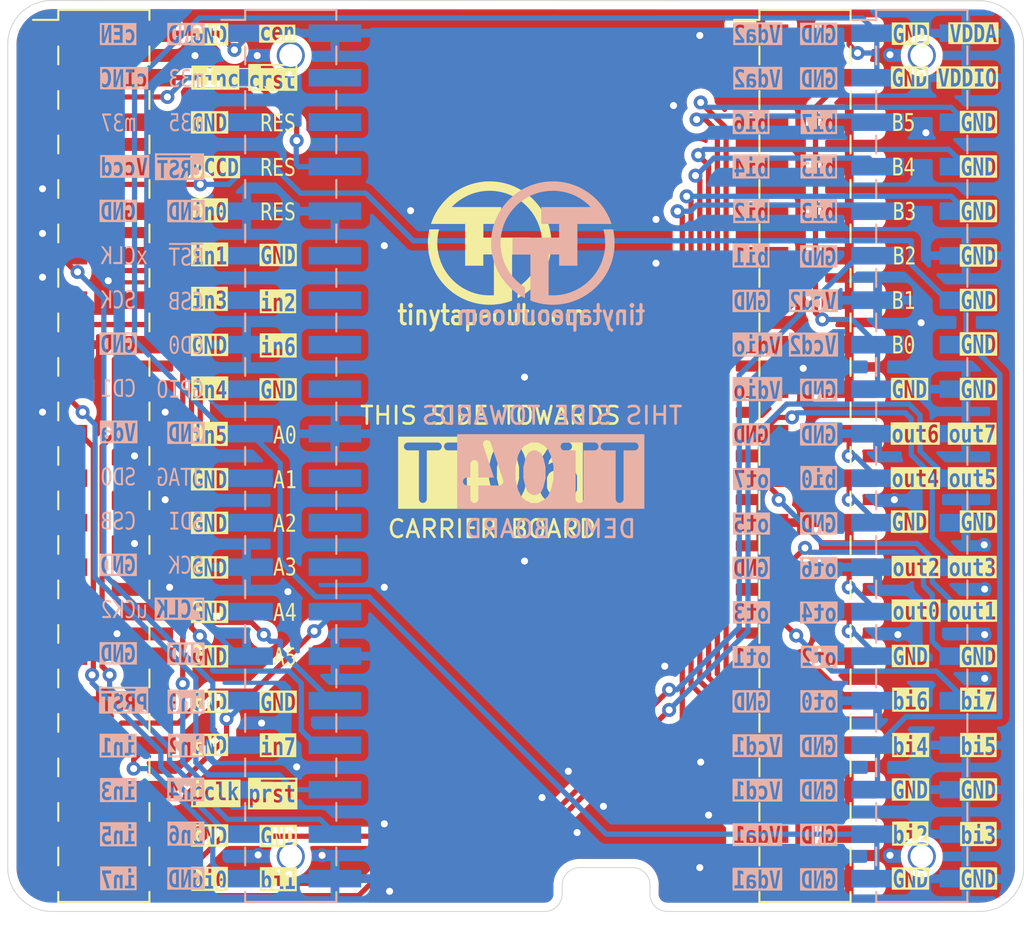
<source format=kicad_pcb>
(kicad_pcb (version 20240108) (generator "pcbnew") (generator_version "8.0")
  (layers (0 "F.Cu" signal) (31 "B.Cu" signal) (34 "B.Paste" user) (35 "F.Paste" user) (36 "B.SilkS" user "B.Silkscreen") (37 "F.SilkS" user "F.Silkscreen") (38 "B.Mask" user) (39 "F.Mask" user) (44 "Edge.Cuts" user))
  (net 0 "")
  (net 1 "GND")
  (net 2 "vdda")
  (net 3 "vccd")
  (net 4 "vddio")
  (net 5 "/hd_an5")
  (net 6 "/RES3")
  (net 7 "/hd_an1")
  (net 8 "/RES2")
  (net 9 "/hd_an2")
  (net 10 "/hd_an4")
  (net 11 "/hd_an3")
  (net 12 "/RES1")
  (net 13 "/hd_an0")
  (net 14 "/hd_an10")
  (net 15 "/hd_an11")
  (net 16 "/hd_an9")
  (net 17 "/hd_an6")
  (net 18 "/hd_an8")
  (net 19 "/hd_an7")
  (net 20 "c_ena")
  (net 21 "c_sel_rst")
  (net 22 "/xclk")
  (net 23 "/mio[33]")
  (net 24 "uin2")
  (net 25 "uin5")
  (net 26 "/JTAG{slash}mio[0]")
  (net 27 "uin4")
  (net 28 "/gpio")
  (net 29 "/Caravel_D0")
  (net 30 "/~{RST}")
  (net 31 "/SDI{slash}mio[2]")
  (net 32 "p_clk")
  (net 33 "c_sel_inc")
  (net 34 "/Caravel_CSB")
  (net 35 "/Caravel_SCK")
  (net 36 "/CSB{slash}mio[3]")
  (net 37 "uin1")
  (net 38 "/SDO{slash}mio[1]")
  (net 39 "uin3")
  (net 40 "/Caravel_D1")
  (net 41 "/SCK{slash}mio[4]")
  (net 42 "/usrclk2{slash}mio[5]")
  (net 43 "/mio[37]")
  (net 44 "p_rst")
  (net 45 "uin0")
  (net 46 "uin7")
  (net 47 "/mio[35]")
  (net 48 "uin6")
  (net 49 "uout1")
  (net 50 "uio3")
  (net 51 "uio4")
  (net 52 "uio6")
  (net 53 "uio5")
  (net 54 "uout3")
  (net 55 "uio2")
  (net 56 "uout4")
  (net 57 "uout6")
  (net 58 "uout5")
  (net 59 "uout7")
  (net 60 "uio0")
  (net 61 "uio1")
  (net 62 "uio7")
  (net 63 "uout0")
  (net 64 "uout2")
  (footprint "Connector_PinHeader_2.54mm:PinHeader_2x20_P2.54mm_Vertical_SMD" (layer "F.Cu") (at 103.5 113)
    (property "Reference" "TT06_CON1" (hide yes))
    (property "Value" "~")
  )
  (footprint "Connector_PinHeader_2.54mm:PinHeader_2x20_P2.54mm_Vertical_SMD" (layer "F.Cu") (at 143.5 113)
    (property "Reference" "TT06_CON2" (hide yes))
    (property "Value" "~")
  )
  (footprint "Logos:TT_logo" (layer "F.Cu") (at 125.55 100.9)
    (property "Reference" "TTLOGO" (hide yes))
    (property "Value" "TT_logo" (hide yes))
  )
  (footprint "TinyTapeout:FH-00148_PinSocket_2x20_P2.54mm" (layer "B.Cu") (at 150.163 113 180)
    (property "Reference" "TT04_CON2" (hide yes))
    (property "Value" "~")
  )
  (footprint "TinyTapeout:FH-00148_PinSocket_2x20_P2.54mm" (layer "B.Cu") (at 114.163 113 180)
    (property "Reference" "TT04_CON1" (hide yes))
    (property "Value" "~")
  )
  (footprint "Logos:TT_logo" (layer "B.Cu") (at 129.075 100.9 180)
    (property "Reference" "TTLOGO" (hide yes))
    (property "Value" "TT_logo" (hide yes))
  )
  (gr_line (start 155.964233 89.5) (end 155.982233 136.5) (stroke (width 0.05)) (layer "Edge.Cuts"))
  (gr_arc (start 98.017767 89.5) (mid 98.749993 87.732226) (end 100.517767 87) (stroke (width 0.05)) (layer "Edge.Cuts"))
  (gr_line (start 98.017767 136.5) (end 98.017767 89.5) (stroke (width 0.05)) (layer "Edge.Cuts"))
  (gr_arc (start 133.66 136.5) (mid 134.367107 136.792893) (end 134.66 137.5) (stroke (width 0.05)) (layer "Edge.Cuts"))
  (gr_line (start 100.517767 87) (end 153.482233 87.018) (stroke (width 0.05)) (layer "Edge.Cuts"))
  (gr_arc (start 100.517767 139) (mid 98.750016 138.267751) (end 98.017767 136.5) (stroke (width 0.05)) (layer "Edge.Cuts"))
  (gr_line (start 134.65 138) (end 134.66 137.5) (stroke (width 0.05)) (layer "Edge.Cuts"))
  (gr_line (start 100.517767 139) (end 128.65 139) (stroke (width 0.05)) (layer "Edge.Cuts"))
  (gr_arc (start 155.982233 136.5) (mid 155.250005 138.26777) (end 153.482233 139) (stroke (width 0.05)) (layer "Edge.Cuts"))
  (gr_line (start 129.65 137.5) (end 129.65 138) (stroke (width 0.05)) (layer "Edge.Cuts"))
  (gr_line (start 133.66 136.5) (end 130.65 136.5) (stroke (width 0.05)) (layer "Edge.Cuts"))
  (gr_arc (start 153.482233 87.018) (mid 155.237286 87.744967) (end 155.964233 89.5) (stroke (width 0.05)) (layer "Edge.Cuts"))
  (gr_arc (start 129.65 137.5) (mid 129.942893 136.792893) (end 130.65 136.5) (stroke (width 0.05)) (layer "Edge.Cuts"))
  (gr_arc (start 129.65 138) (mid 129.357107 138.707107) (end 128.65 139) (stroke (width 0.05)) (layer "Edge.Cuts"))
  (gr_line (start 153.482233 139) (end 135.65 139) (stroke (width 0.05)) (layer "Edge.Cuts"))
  (gr_arc (start 135.65 139) (mid 134.942893 138.707107) (end 134.65 138) (stroke (width 0.05)) (layer "Edge.Cuts"))
  (gr_text "GND" (at 145.3 92.13 -0) (layer "B.SilkS" knockout) (effects (font (size 1 0.8) (thickness 0.127) (bold yes)) (justify left bottom mirror)))
  (gr_text "GND" (at 145.3 135.31 -0) (layer "B.SilkS" knockout) (effects (font (size 1 0.8) (thickness 0.127) (bold yes)) (justify left bottom mirror)))
  (gr_text "ot7" (at 139.425676 114.99 -0) (layer "B.SilkS" knockout) (effects (font (size 1 0.8) (thickness 0.127) (bold yes)) (justify right bottom mirror)))
  (gr_text "in7" (at 103.315676 137.8508 -0) (layer "B.SilkS" knockout) (effects (font (size 1 0.8) (thickness 0.127) (bold yes)) (justify right bottom mirror)))
  (gr_text "GND" (at 139.425676 112.45 -0) (layer "B.SilkS" knockout) (effects (font (size 1 0.8) (thickness 0.127) (bold yes)) (justify right bottom mirror)))
  (gr_text "in4" (at 109.2 132.778124 -0) (layer "B.SilkS" knockout) (effects (font (size 1 0.8) (thickness 0.127) (bold yes)) (justify left bottom mirror)))
  (gr_text "Vccd" (at 103.315676 97.167195 -0) (layer "B.SilkS" knockout) (effects (font (size 1 0.8) (thickness 0.127) (bold yes)) (justify right bottom mirror)))
  (gr_text "Vda" (at 103.315676 112.319985 -0) (layer "B.SilkS" knockout) (effects (font (size 1 0.8) (thickness 0.127) (bold yes)) (justify right bottom mirror)))
  (gr_text "bi7" (at 145.3 94.67 -0) (layer "B.SilkS" knockout) (effects (font (size 1 0.8) (thickness 0.127) (bold yes)) (justify left bottom mirror)))
  (gr_text "GND" (at 109.2 112.35628 -0) (layer "B.SilkS" knockout) (effects (font (size 1 0.8) (thickness 0.127) (bold yes)) (justify left bottom mirror)))
  (gr_text "bi1" (at 139.425676 102.29 -0) (layer "B.SilkS" knockout) (effects (font (size 1 0.8) (thickness 0.127) (bold yes)) (justify right bottom mirror)))
  (gr_text "xCLK" (at 103.315676 102.218125 -0) (layer "B.SilkS") (effects (font (size 1 0.8) (thickness 0.1)) (justify right bottom mirror)))
  (gr_text "ot2" (at 145.3 125.15 -0) (layer "B.SilkS" knockout) (effects (font (size 1 0.8) (thickness 0.127) (bold yes)) (justify left bottom mirror)))
  (gr_text "GND" (at 145.3 117.53 -0) (layer "B.SilkS" knockout) (effects (font (size 1 0.8) (thickness 0.127) (bold yes)) (justify left bottom mirror)))
  (gr_text "P~{RST}" (at 103.315676 127.748932 -0) (layer "B.SilkS" knockout) (effects (font (size 1 0.8) (thickness 0.127) (bold yes)) (justify right bottom mirror)))
  (gr_text "Vda1" (at 139.425676 135.31 -0) (layer "B.SilkS" knockout) (effects (font (size 1 0.8) (thickness 0.127) (bold yes)) (justify right bottom mirror)))
  (gr_text "GND" (at 139.425676 104.83 -0) (layer "B.SilkS" knockout) (effects (font (size 1 0.8) (thickness 0.127) (bold yes)) (justify right bottom mirror)))
  (gr_text "ot0" (at 145.3 127.69 -0) (layer "B.SilkS" knockout) (effects (font (size 1 0.8) (thickness 0.127) (bold yes)) (justify left bottom mirror)))
  (gr_text "tinytapeout.com" (at 129 105.6 0) (layer "B.SilkS") (effects (font (size 1.1 0.9) (thickness 0.18) (bold yes)) (justify bottom mirror)))
  (gr_text "GND" (at 109.2 99.7 -0) (layer "B.SilkS" knockout) (effects (font (size 1 0.8) (thickness 0.127) (bold yes)) (justify left bottom mirror)))
  (gr_text "GND" (at 145.3 137.85 -0) (layer "B.SilkS" knockout) (effects (font (size 1 0.8) (thickness 0.127) (bold yes)) (justify left bottom mirror)))
  (gr_text "cEN" (at 103.315676 89.5908 -0) (layer "B.SilkS" knockout) (effects (font (size 1 0.8) (thickness 0.127) (bold yes)) (justify right bottom mirror)))
  (gr_text "Vdio" (at 139.425676 109.91 -0) (layer "B.SilkS" knockout) (effects (font (size 1 0.8) (thickness 0.127) (bold yes)) (justify right bottom mirror)))
  (gr_text "PCLK" (at 109.2 122.4 -0) (layer "B.SilkS" knockout) (effects (font (size 1 0.8) (thickness 0.127) (bold yes)) (justify left bottom mirror)))
  (gr_text "GND" (at 145.3 130.23 -0) (layer "B.SilkS" knockout) (effects (font (size 1 0.8) (thickness 0.127) (bold yes)) (justify left bottom mirror)))
  (gr_text "ot4" (at 145.3 122.61 -0) (layer "B.SilkS" knockout) (effects (font (size 1 0.8) (thickness 0.127) (bold yes)) (justify left bottom mirror)))
  (gr_text "GND" (at 109.2 124.96 -0) (layer "B.SilkS" knockout) (effects (font (size 1 0.8) (thickness 0.127) (bold yes)) (justify left bottom mirror)))
  (gr_text "SCK" (at 109.2 119.88907 -0) (layer "B.SilkS") (effects (font (size 1 0.8) (thickness 0.1)) (justify left bottom mirror)))
  (gr_text "SDO" (at 103.315676 114.84545 -0) (layer "B.SilkS") (effects (font (size 1 0.8) (thickness 0.1)) (justify right bottom mirror)))
  (gr_text "Vda1" (at 139.425676 137.85 -0) (layer "B.SilkS" knockout) (effects (font (size 1 0.8) (thickness 0.127) (bold yes)) (justify right bottom mirror)))
  (gr_text "cINC" (at 103.315676 92.116265 -0) (layer "B.SilkS" knockout) (effects (font (size 1 0.8) (thickness 0.127) (bold yes)) (justify right bottom mirror)))
  (gr_text "GND" (at 103.315676 119.89638 -0) (layer "B.SilkS" knockout) (effects (font (size 1 0.8) (thickness 0.127) (bold yes)) (justify right bottom mirror)))
  (gr_text "in5" (at 103.315676 135.325327 -0) (layer "B.SilkS" knockout) (effects (font (size 1 0.8) (thickness 0.127) (bold yes)) (justify right bottom mirror)))
  (gr_text "GND" (at 145.3 132.77 -0) (layer "B.SilkS" knockout) (effects (font (size 1 0.8) (thickness 0.127) (bold yes)) (justify left bottom mirror)))
  (gr_text "CSB" (at 103.315676 117.370915 -0) (layer "B.SilkS") (effects (font (size 1 0.8) (thickness 0.1)) (justify right bottom mirror)))
  (gr_text "GND" (at 109.2 137.8 -0) (layer "B.SilkS" knockout) (effects (font (size 1 0.8) (thickness 0.127) (bold yes)) (justify left bottom mirror)))
  (gr_text "JTAG" (at 109.2 114.86721 -0) (layer "B.SilkS") (effects (font (size 1 0.8) (thickness 0.1)) (justify left bottom mirror)))
  (gr_text "DEMO BOARD" (at 128.975 117.75 0) (layer "B.SilkS") (effects (font (size 1 1)) (justify bottom mirror)))
  (gr_text "in2" (at 109.2 130.267194 -0) (layer "B.SilkS" knockout) (effects (font (size 1 0.8) (thickness 0.127) (bold yes)) (justify left bottom mirror)))
  (gr_text "in6" (at 109.2 135.289054 -0) (layer "B.SilkS" knockout) (effects (font (size 1 0.8) (thickness 0.127) (bold yes)) (justify left bottom mirror)))
  (gr_text "bi6" (at 139.425676 94.67 -0) (layer "B.SilkS" knockout) (effects (font (size 1 0.8) (thickness 0.127) (bold yes)) (justify right bottom mirror)))
  (gr_text "Vcd1" (at 139.425676 132.77 -0) (layer "B.SilkS" knockout) (effects (font (size 1 0.8) (thickness 0.127) (bold yes)) (justify right bottom mirror)))
  (gr_text "in1" (at 103.315676 130.274397 -0) (layer "B.SilkS" knockout) (effects (font (size 1 0.8) (thickness 0.127) (bold yes)) (justify right bottom mirror)))
  (gr_text "GND" (at 145.3 112.45 -0) (layer "B.SilkS" knockout) (effects (font (size 1 0.8) (thickness 0.127) (bold yes)) (justify left bottom mirror)))
  (gr_text "m35" (at 109.2 94.62186 -0) (layer "B.SilkS") (effects (font (size 1 0.8) (thickness 0.1)) (justify left bottom mirror)))
  (gr_text "bi4" (at 139.425676 97.21 -0) (layer "B.SilkS" knockout) (effects (font (size 1 0.8) (thickness 0.127) (bold yes)) (justify right bottom mirror)))
  (gr_text "CD1" (at 103.315676 109.79452 -0) (layer "B.SilkS") (effects (font (size 1 0.8) (thickness 0.1)) (justify right bottom mirror)))
  (gr_text "Vda2" (at 139.425676 92.13 -0) (layer "B.SilkS" knockout) (effects (font (size 1 0.8) (thickness 0.127) (bold yes)) (justify right bottom mirror)))
  (gr_text "~{RST}" (at 109.2 102.3 -0) (layer "B.SilkS") (effects (font (size 1 0.8) (thickness 0.1)) (justify left bottom mirror)))
  (gr_text "GND" (at 103.315676 107.269055 -0) (layer "B.SilkS" knockout) (effects (font (size 1 0.8) (thickness 0.127) (bold yes)) (justify right bottom mirror)))
  (gr_text "GND" (at 103.315676 124.94731 -0) (layer "B.SilkS" knockout) (effects (font (size 1 0.8) (thickness 0.127) (bold yes)) (justify right bottom mirror)))
  (gr_text "CD0" (at 109.2 107.33442 -0) (layer "B.SilkS") (effects (font (size 1 0.8) (thickness 0.1)) (justify left bottom mirror)))
  (gr_text "bi5" (at 145.3 97.21 -0) (layer "B.SilkS" knockout) (effects (font (size 1 0.8) (thickness 0.127) (bold yes)) (justify left bottom mirror)))
  (gr_text "bi3" (at 145.3 99.75 -0) (layer "B.SilkS" knockout) (effects (font (size 1 0.8) (thickness 0.127) (bold yes)) (justify left bottom mirror)))
  (gr_text "CSB" (at 109.2 104.82349 -0) (layer "B.SilkS") (effects (font (size 1 0.8) (thickness 0.1)) (justify left bottom mirror)))
  (gr_text "in3" (at 103.315676 132.799862 -0) (layer "B.SilkS" knockout) (effects (font (size 1 0.8) (thickness 0.127) (bold yes)) (justify right bottom mirror)))
  (gr_text "c~{RST}" (at 109.2 97.3 -0) (layer "B.SilkS" knockout) (effects (font (size 1 0.8) (thickness 0.127) (bold yes)) (justify left bottom mirror)))
  (gr_text "Vdio" (at 139.425676 107.37 -0) (layer "B.SilkS" knockout) (effects (font (size 1 0.8) (thickness 0.127) (bold yes)) (justify right bottom mirror)))
  (gr_text "ot5" (at 139.425676 117.53 -0) (layer "B.SilkS" knockout) (effects (font (size 1 0.8) (thickness 0.127) (bold yes)) (justify right bottom mirror)))
  (gr_text "TT04" (at 128.925 115.85 0) (layer "B.SilkS" knockout) (effects (font (size 3 3) (thickness 0.45)) (justify bottom mirror)))
  (gr_text "GND" (at 139.425676 127.69 -0) (layer "B.SilkS" knockout) (effects (font (size 1 0.8) (thickness 0.127) (bold yes)) (justify right bottom mirror)))
  (gr_text "GND" (at 103.315676 99.69266 -0) (layer "B.SilkS" knockout) (effects (font (size 1 0.8) (thickness 0.127) (bold yes)) (justify right bottom mirror)))
  (gr_text "GND" (at 109.2 89.6 -0) (layer "B.SilkS" knockout) (effects (font (size 1 0.8) (thickness 0.127) (bold yes)) (justify left bottom mirror)))
  (gr_text "GPIO" (at 109.2 109.84535 -0) (layer "B.SilkS") (effects (font (size 1 0.8) (thickness 0.1)) (justify left bottom mirror)))
  (gr_text "in0" (at 109.2 127.756264 -0) (layer "B.SilkS" knockout) (effects (font (size 1 0.8) (thickness 0.127) (bold yes)) (justify left bottom mirror)))
  (gr_text "ot1" (at 139.425676 125.15 -0) (layer "B.SilkS" knockout) (effects (font (size 1 0.8) (thickness 0.127) (bold yes)) (justify right bottom mirror)))
  (gr_text "ot6" (at 145.3 120.07 -0) (layer "B.SilkS" knockout) (effects (font (size 1 0.8) (thickness 0.127) (bold yes)) (justify left bottom mirror)))
  (gr_text "Vcd1" (at 139.425676 130.23 -0) (layer "B.SilkS" knockout) (effects (font (size 1 0.8) (thickness 0.127) (bold yes)) (justify right bottom mirror)))
  (gr_text "bi0" (at 145.3 114.99 -0) (layer "B.SilkS" knockout) (effects (font (size 1 0.8) (thickness 0.127) (bold yes)) (justify left bottom mirror)))
  (gr_text "GND" (at 145.3 89.59 -0) (layer "B.SilkS" knockout) (effects (font (size 1 0.8) (thickness 0.127) (bold yes)) (justify left bottom mirror)))
  (gr_text "Vcd2" (at 145.3 107.37 -0) (layer "B.SilkS" knockout) (effects (font (size 1.05 0.8) (thickness 0.127) (bold yes)) (justify left bottom mirror)))
  (gr_text "Vcd2" (at 145.3 104.83 -0) (layer "B.SilkS" knockout) (effects (font (size 1 0.8) (thickness 0.127) (bold yes)) (justify left bottom mirror)))
  (gr_text "GND" (at 145.3 109.91 -0) (layer "B.SilkS" knockout) (effects (font (size 1 0.8) (thickness 0.127) (bold yes)) (justify left bottom mirror)))
  (gr_text "THIS SIDE TOWARDS" (at 129.07 111.28 -0) (layer "B.SilkS") (effects (font (size 1 1)) (justify bottom mirror)))
  (gr_text "uCK2" (at 103.315676 122.421845 -0) (layer "B.SilkS") (effects (font (size 1 0.8) (thickness 0.1)) (justify right bottom mirror)))
  (gr_text "SDI" (at 109.2 117.37814 -0) (layer "B.SilkS") (effects (font (size 1 0.8) (thickness 0.1)) (justify left bottom mirror)))
  (gr_text "GND" (at 139.425676 120.07 -0) (layer "B.SilkS" knockout) (effects (font (size 1 0.8) (thickness 0.127) (bold yes)) (justify right bottom mirror)))
  (gr_text "ot3" (at 139.425676 122.61 -0) (layer "B.SilkS" knockout) (effects (font (size 1 0.8) (thickness 0.127) (bold yes)) (justify right bottom mirror)))
  (gr_text "m37" (at 103.315676 94.64173 -0) (layer "B.SilkS") (effects (font (size 1 0.8) (thickness 0.1)) (justify right bottom mirror)))
  (gr_text "GND" (at 145.3 102.29 -0) (layer "B.SilkS" knockout) (effects (font (size 1 0.8) (thickness 0.127) (bold yes)) (justify left bottom mirror)))
  (gr_text "bi2" (at 139.425676 99.75 -0) (layer "B.SilkS" knockout) (effects (font (size 1 0.8) (thickness 0.127) (bold yes)) (justify right bottom mirror)))
  (gr_text "Vda2" (at 139.425676 89.59 -0) (layer "B.SilkS" knockout) (effects (font (size 1 0.8) (thickness 0.127) (bold yes)) (justify right bottom mirror)))
  (gr_text "SCK" (at 103.315676 104.74359 -0) (layer "B.SilkS") (effects (font (size 1 0.8) (thickness 0.1)) (justify right bottom mirror)))
  (gr_text "m33" (at 109.2 92.11093 -0) (layer "B.SilkS") (effects (font (size 1 0.8) (thickness 0.1)) (justify left bottom mirror)))
  (gr_text "GND" (at 108.513676 122.5804 0) (layer "F.SilkS" knockout) (effects (font (size 1 0.8) (thickness 0.127) (bold yes)) (justify left bottom)))
  (gr_text "CARRIER BOARD" (at 125.65 117.75 0) (layer "F.SilkS") (effects (font (size 1 1)) (justify bottom)))
  (gr_text "A3" (at 114.5008 119.9896 -0) (layer "F.SilkS") (effects (font (size 1 0.8) (thickness 0.1)) (justify right bottom)))
  (gr_text "GND" (at 148.4992 89.5772 0) (layer "F.SilkS" knockout) (effects (font (size 1 0.8) (thickness 0.127) (bold yes)) (justify left bottom)))
  (gr_text "out6" (at 148.4492 112.4 0) (layer "F.SilkS" knockout) (effects (font (size 1 0.8) (thickness 0.127) (bold yes)) (justify left bottom)))
  (gr_text "cinc" (at 108.513676 92.136665 0) (layer "F.SilkS" knockout) (effects (font (size 1 0.8) (thickness 0.127) (bold yes)) (justify left bottom)))
  (gr_text "RES" (at 114.45 99.7204 -0) (layer "F.SilkS") (effects (font (size 1 0.8) (thickness 0.1)) (justify right bottom)))
  (gr_text "out1" (at 154.4 122.5092 0) (layer "F.SilkS" knockout) (effects (font (size 1 0.8) (thickness 0.127) (bold yes)) (justify right bottom)))
  (gr_text "GND" (at 108.513676 125.1204 0) (layer "F.SilkS" knockout) (effects (font (size 1 0.8) (thickness 0.127) (bold yes)) (justify left bottom)))
  (gr_text "bi7" (at 154.4 127.64 0) (layer "F.SilkS" knockout) (effects (font (size 1 0.8) (thickness 0.127) (bold yes)) (justify right bottom)))
  (gr_text "GND" (at 114.45 127.7112 0) (layer "F.SilkS" knockout) (effects (font (size 1 0.8) (thickness 0.127) (bold yes)) (justify right bottom)))
  (gr_text "GND" (at 154.4 125.1 0) (layer "F.SilkS" knockout) (effects (font (size 1 0.8) (thickness 0.127) (bold yes)) (justify right bottom)))
  (gr_text "A4" (at 114.5008 122.5804 -0) (layer "F.SilkS") (effects (font (size 1 0.8) (thickness 0.1)) (justify right bottom)))
  (gr_text "tinytapeout.com" (at 125.625 105.6 -0) (layer "F.SilkS") (effects (font (size 1.1 0.9) (thickness 0.18) (bold yes)) (justify bottom)))
  (gr_text "GND" (at 108.513676 94.6404 0) (layer "F.SilkS" knockout) (effects (font (size 1 0.8) (thickness 0.127) (bold yes)) (justify left bottom)))
  (gr_text "RES" (at 114.45 97.1804 -0) (layer "F.SilkS") (effects (font (size 1 0.8) (thickness 0.1)) (justify right bottom)))
  (gr_text "out2" (at 148.5 120.02 0) (layer "F.SilkS" knockout) (effects (font (size 1 0.8) (thickness 0.127) (bold yes)) (justify left bottom)))
  (gr_text "bi6" (at 148.5 127.64 0) (layer "F.SilkS" knockout) (effects (font (size 1 0.8) (thickness 0.127) (bold yes)) (justify left bottom)))
  (gr_text "GND" (at 148.5 132.72 0) (layer "F.SilkS" knockout) (effects (font (size 1 0.8) (thickness 0.127) (bold yes)) (justify left bottom)))
  (gr_text "in6" (at 114.45 107.42362 0) (layer "F.SilkS" knockout) (effects (font (size 1 0.8) (thickness 0.127) (bold yes)) (justify right bottom)))
  (gr_text "bi1" (at 114.45 137.8892 0) (layer "F.SilkS" knockout) (effects (font (size 1 0.8) (thickness 0.127) (bold yes)) (justify right bottom)))
  (gr_text "RES" (at 114.45 94.6404 -0) (layer "F.SilkS") (effects (font (size 1 0.8) (thickness 0.1)) (justify right bottom)))
  (gr_text "pclk" (at 108.507676 132.820262 0) (layer "F.SilkS" knockout) (effects (font (size 1 0.8) (thickness 0.127) (bold yes)) (justify left bottom)))
  (gr_text "in0" (at 108.513676 99.71306 0) (layer "F.SilkS" knockout) (effects (font (size 1 0.8) (thickness 0.127) (bold yes)) (justify left bottom)))
  (gr_text "B5" (at 148.4492 94.62 -0) (layer "F.SilkS") (effects (font (size 1 0.8) (thickness 0.1)) (justify left bottom)))
  (gr_text "GND" (at 108.513676 127.7112 0) (layer "F.SilkS" knockout) (effects (font (size 1 0.8) (thickness 0.127) (bold yes)) (justify left bottom)))
  (gr_text "GND" (at 148.4492 109.86 0) (layer "F.SilkS" knockout) (effects (font (size 1 0.8) (thickness 0.127) (bold yes)) (justify left bottom)))
  (gr_text "A0" (at 114.5008 112.4592 -0) (layer "F.SilkS") (effects (font (size 1 0.8) (thickness 0.1)) (justify right bottom)))
  (gr_text "in3" (at 108.513676 104.76399 0) (layer "F.SilkS" knockout) (effects (font (size 1 0.8) (thickness 0.127) (bold yes)) (justify left bottom)))
  (gr_text "THIS SIDE TOWARDS" (at 125.555 111.28 0) (layer "F.SilkS") (effects (font (size 1 1)) (justify bottom)))
  (gr_text "A2" (at 114.5008 117.5004 -0) (layer "F.SilkS") (effects (font (size 1 0.8) (thickness 0.1)) (justify right bottom)))
  (gr_text "GND" (at 108.507676 130.1732 -0) (layer "F.SilkS" knockout) (effects (font (size 1 0.8) (thickness 0.127) (bold yes)) (justify left bottom)))
  (gr_text "B1" (at 148.4492 104.78 -0) (layer "F.SilkS") (effects (font (size 1 0.8) (thickness 0.1)) (justify left bottom)))
  (gr_text "GND" (at 148.5 125.1 0) (layer "F.SilkS" knockout) (effects (font (size 1 0.8) (thickness 0.127) (bold yes)) (justify left bottom)))
  (gr_text "GND" (at 154.4 107.32 0) (layer "F.SilkS" knockout) (effects (font (size 1.05 0.8) (thickness 0.127) (bold yes)) (justify right bottom)))
  (gr_text "in7" (at 114.45 130.2512 0) (layer "F.SilkS" knockout) (effects (font (size 1 0.8) (thickness 0.127) (bold yes)) (justify right bottom)))
  (gr_text "GND" (at 114.45 135.378254 0) (layer "F.SilkS" knockout) (effects (font (size 1 0.8) (thickness 0.127) (bold yes)) (justify right bottom)))
  (gr_text "bi4" (at 148.5 130.2308 0) (layer "F.SilkS" knockout) (effects (font (size 1 0.8) (thickness 0.127) (bold yes)) (justify left bottom)))
  (gr_text "bi3" (at 154.4 135.3108 0) (layer "F.SilkS" knockout) (effects (font (size 1 0.8) (thickness 0.127) (bold yes)) (justify right bottom)))
  (gr_text "VCCD" (at 108.513676 97.187595 0) (layer "F.SilkS" knockout) (effects (font (size 1 0.8) (thickness 0.127) (bold yes)) (justify left bottom)))
  (gr_text "GND" (at 114.45 102.2096 0) (layer "F.SilkS" knockout) (effects (font (size 1 0.8) (thickness 0.127) (bold yes)) (justify right bottom)))
  (gr_text "VDDA" (at 154.45 89.55 0) (layer "F.SilkS" knockout) (effects (font (size 1 0.8) (thickness 0.127) (bold yes)) (justify right bottom)))
  (gr_text "GND" (at 148.4492 92.08 0) (layer "F.SilkS" knockout) (effects (font (size 1 0.8) (thickness 0.127) (bold yes)) (justify left bottom)))
  (gr_text "GND" (at 154.4 94.62 0) (layer "F.SilkS" knockout) (effects (font (size 1 0.8) (thickness 0.127) (bold yes)) (justify right bottom)))
  (gr_text "out0" (at 148.5 122.5092 0) (layer "F.SilkS" knockout) (effects (font (size 1 0.8) (thickness 0.127) (bold yes)) (justify left bottom)))
  (gr_text "out4" (at 148.4492 114.94 0) (layer "F.SilkS" knockout) (effects (font (size 1 0.8) (thickness 0.127) (bold yes)) (justify left bottom)))
  (gr_text "in4" (at 108.513676 109.8804 0) (layer "F.SilkS" knockout) (effects (font (size 1 0.8) (thickness 0.127) (bold yes)) (justify left bottom)))
  (gr_text "GND" (at 154.4 109.86 0) (layer "F.SilkS" knockout) (effects (font (size 1 0.8) (thickness 0.127) (bold yes)) (justify right bottom)))
  (gr_text "A1" (at 114.5008 115.0112 -0) (layer "F.SilkS") (effects (font (size 1 0.8) (thickness 0.1)) (justify right bottom)))
  (gr_text "GND" (at 154.4 97.16 0) (layer "F.SilkS" knockout) (effects (font (size 1 0.8) (thickness 0.127) (bold yes)) (justify right bottom)))
  (gr_text "p~{rst}" (at 114.45 132.9436 0) (layer "F.SilkS" knockout) (effects (font (size 1 0.8) (thickness 0.127) (bold yes)) (justify right bottom)))
  (gr_text "out5" (at 154.4 114.94 0) (layer "F.SilkS" knockout) (effects (font (size 1 0.8) (thickness 0.127) (bold yes)) (justify right bottom)))
  (gr_text "bi0" (at 108.513676 137.8712 0) (layer "F.SilkS" knockout) (effects (font (size 1 0.8) (thickness 0.127) (bold yes)) (justify left bottom)))
  (gr_text "B4" (at 148.4492 97.16 -0) (layer "F.SilkS") (effects (font (size 1 0.8) (thickness 0.1)) (justify left bottom)))
  (gr_text "B3" (at 148.5 99.7 -0) (layer "F.SilkS") (effects (font (size 1 0.8) (thickness 0.1)) (justify left bottom)))
  (gr_text "B2" (at 148.5 102.24 -0) (layer "F.SilkS") (effects (font (size 1 0.8) (thickness 0.1)) (justify left bottom)))
  (gr_text "GND" (at 154.4 132.72 0) (layer "F.SilkS" knockout) (effects (font (size 1 0.8) (thickness 0.127) (bold yes)) (justify right bottom)))
  (gr_text "bi5" (at 154.4 130.2308 0) (layer "F.SilkS" knockout) (effects (font (size 1 0.8) (thickness 0.127) (bold yes)) (justify right bottom)))
  (gr_text "in2" (at 114.45 104.91269 0) (layer "F.SilkS" knockout) (effects (font (size 1 0.8) (thickness 0.127) (bold yes)) (justify right bottom)))
  (gr_text "bi2" (at 148.5 135.2872 0) (layer "F.SilkS" knockout) (effects (font (size 1 0.8) (thickness 0.127) (bold yes)) (justify left bottom)))
  (gr_text "GND" (at 154.4 102.24 0) (layer "F.SilkS" knockout) (effects (font (size 1 0.8) (thickness 0.127) (bold yes)) (justify right bottom)))
  (gr_text "GND" (at 148.5 137.8 0) (layer "F.SilkS" knockout) (effects (font (size 1 0.8) (thickness 0.127) (bold yes)) (justify left bottom)))
  (gr_text "cen" (at 114.4 89.45 0) (layer "F.SilkS" knockout) (effects (font (size 1 0.8) (thickness 0.127) (bold yes)) (justify right bottom)))
  (gr_text "in5" (at 108.513676 112.4712 0) (layer "F.SilkS" knockout) (effects (font (size 1 0.8) (thickness 0.127) (bold yes)) (justify left bottom)))
  (gr_text "GND" (at 108.513676 117.5004 0) (layer "F.SilkS" knockout) (effects (font (size 1 0.8) (thickness 0.127) (bold yes)) (justify left bottom)))
  (gr_text "GND" (at 154.4 137.8 0) (layer "F.SilkS" knockout) (effects (font (size 1 0.8) (thickness 0.127) (bold yes)) (justify right bottom)))
  (gr_text "TT06" (at 125.7 115.85 0) (layer "F.SilkS" knockout) (effects (font (size 3 3) (thickness 0.45)) (justify bottom)))
  (gr_text "VDDIO" (at 154.4508 92.08 0) (layer "F.SilkS" knockout) (effects (font (size 1 0.8) (thickness 0.127) (bold yes)) (justify right bottom)))
  (gr_text "GND" (at 154.4 104.78 0) (layer "F.SilkS" knockout) (effects (font (size 1 0.8) (thickness 0.127) (bold yes)) (justify right bottom)))
  (gr_text "GND" (at 108.513676 120.0404 0) (layer "F.SilkS" knockout) (effects (font (size 1 0.8) (thickness 0.127) (bold yes)) (justify left bottom)))
  (gr_text "GND" (at 154.4 117.4292 0) (layer "F.SilkS" knockout) (effects (font (size 1 0.8) (thickness 0.127) (bold yes)) (justify right bottom)))
  (gr_text "out3" (at 154.4 120.02 0) (layer "F.SilkS" knockout) (effects (font (size 1 0.8) (thickness 0.127) (bold yes)) (justify right bottom)))
  (gr_text "GND" (at 148.4492 117.4292 0) (layer "F.SilkS" knockout) (effects (font (size 1 0.8) (thickness 0.127) (bold yes)) (justify left bottom)))
  (gr_text "B0" (at 148.4492 107.32 -0) (layer "F.SilkS") (effects (font (size 1 0.8) (thickness 0.1)) (justify left bottom)))
  (gr_text "GND" (at 108.513676 107.3404 0) (layer "F.SilkS" knockout) (effects (font (size 1 0.8) (thickness 0.127) (bold yes)) (justify left bottom)))
  (gr_text "GND" (at 108.513676 115.0112 0) (layer "F.SilkS" knockout) (effects (font (size 1 0.8) (thickness 0.127) (bold yes)) (justify left bottom)))
  (gr_text "GND" (at 154.4 99.7 0) (layer "F.SilkS" knockout) (effects (font (size 1 0.8) (thickness 0.127) (bold yes)) (justify right bottom)))
  (gr_text "c~{rst}" (at 114.45 92.20013 0) (layer "F.SilkS" knockout) (effects (font (size 1 0.8) (thickness 0.127) (bold yes)) (justify right bottom)))
  (gr_text "GND" (at 108.513676 89.6112 0) (layer "F.SilkS" knockout) (effects (font (size 1 0.8) (thickness 0.127) (bold yes)) (justify left bottom)))
  (gr_text "out7" (at 154.4 112.4 0) (layer "F.SilkS" knockout) (effects (font (size 1 0.8) (thickness 0.127) (bold yes)) (justify right bottom)))
  (gr_text "GND" (at 108.513676 135.345727 0) (layer "F.SilkS" knockout) (effects (font (size 1 0.8) (thickness 0.127) (bold yes)) (justify left bottom)))
  (gr_text "in1" (at 108.513676 102.238525 0) (layer "F.SilkS" knockout) (effects (font (size 1 0.8) (thickness 0.127) (bold yes)) (justify left bottom)))
  (gr_text "GND" (at 114.45 109.8804 0) (layer "F.SilkS" knockout) (effects (font (size 1 0.8) (thickness 0.127) (bold yes)) (justify right bottom)))
  (gr_text "A5" (at 114.5008 125.1204 -0) (layer "F.SilkS") (effects (font (size 1 0.8) (thickness 0.1)) (justify right bottom)))
  (via (at 119.5 134) (size 0.8) (drill 0.4) (layers "F.Cu" "B.Cu") (net 1))
  (via (at 135.5 125) (size 0.8) (drill 0.4) (layers "F.Cu" "B.Cu") (net 1))
  (via (at 114.5 130.75) (size 0.8) (drill 0.4) (layers "F.Cu" "B.Cu") (net 1))
  (via (at 100 97.75) (size 0.8) (drill 0.4) (layers "F.Cu" "B.Cu") (net 1))
  (via (at 153.725 118.075) (size 0.8) (drill 0.4) (layers "F.Cu" "B.Cu") (net 1))
  (via (at 148.6 115.5) (size 0.8) (drill 0.4) (layers "F.Cu" "B.Cu") (net 1))
  (via (at 130 131) (size 0.8) (drill 0.4) (layers "F.Cu" "B.Cu") (net 1))
  (via (at 112.3 135.775) (size 0.8) (drill 0.4) (layers "F.Cu" "B.Cu") (net 1))
  (via (at 148.35 135.8) (size 0.8) (drill 0.4) (layers "F.Cu" "B.Cu") (net 1))
  (via (at 150.4 94.55) (size 0.8) (drill 0.4) (layers "F.Cu" "B.Cu") (net 1))
  (via (at 143.4 108) (size 0.8) (drill 0.4) (layers "F.Cu" "B.Cu") (net 1))
  (via (at 153.75 125.7) (size 0.8) (drill 0.4) (layers "F.Cu" "B.Cu") (net 1))
  (via (at 119.5 101) (size 0.8) (drill 0.4) (layers "F.Cu" "B.Cu") (net 1))
  (via (at 121 99) (size 0.8) (drill 0.4) (layers "F.Cu" "B.Cu") (net 1))
  (via (at 148.35 90.1) (size 0.8) (drill 0.4) (layers "F.Cu" "B.Cu") (net 1))
  (via (at 107 110.5) (size 0.8) (drill 0.4) (layers "F.Cu" "B.Cu") (net 1))
  (via (at 137.5 89) (size 0.8) (drill 0.4) (layers "F.Cu" "B.Cu") (net 1))
  (via (at 128.5 132.5) (size 0.8) (drill 0.4) (layers "F.Cu" "B.Cu") (net 1))
  (via (at 137.5 136.5) (size 0.8) (drill 0.4) (layers "F.Cu" "B.Cu") (net 1))
  (via (at 150.125 105.4) (size 0.8) (drill 0.4) (layers "F.Cu" "B.Cu") (net 1))
  (via (at 135 102) (size 0.8) (drill 0.4) (layers "F.Cu" "B.Cu") (net 1))
  (via (at 103.75 103) (size 0.8) (drill 0.4) (layers "F.Cu" "B.Cu") (net 1))
  (via (at 153.75 123.2) (size 0.8) (drill 0.4) (layers "F.Cu" "B.Cu") (net 1))
  (via (at 105.25 113) (size 0.8) (drill 0.4) (layers "F.Cu" "B.Cu") (net 1))
  (via (at 107 115.5) (size 0.8) (drill 0.4) (layers "F.Cu" "B.Cu") (net 1))
  (via (at 153.75 120.6) (size 0.8) (drill 0.4) (layers "F.Cu" "B.Cu") (net 1))
  (via (at 135 99.5) (size 0.8) (drill 0.4) (layers "F.Cu" "B.Cu") (net 1))
  (via (at 104.25 123.15) (size 0.8) (drill 0.4) (layers "F.Cu" "B.Cu") (net 1))
  (via (at 138 133.5) (size 0.8) (drill 0.4) (layers "F.Cu" "B.Cu") (net 1))
  (via (at 132 133) (size 0.8) (drill 0.4) (layers "F.Cu" "B.Cu") (net 1))
  (via (at 130.5 134.5) (size 0.8) (drill 0.4) (layers "F.Cu" "B.Cu") (net 1))
  (via (at 127.5 119) (size 0.8) (drill 0.4) (layers "F.Cu" "B.Cu") (net 1))
  (via (at 119.8 137.85) (size 0.8) (drill 0.4) (layers "F.Cu" "B.Cu") (net 1))
  (via (at 148.8 123.2) (size 0.8) (drill 0.4) (layers "F.Cu" "B.Cu") (net 1))
  (via (at 107.25 120.5) (size 0.8) (drill 0.4) (layers "F.Cu" "B.Cu") (net 1))
  (via (at 112.5 128.25) (size 0.8) (drill 0.4) (layers "F.Cu" "B.Cu") (net 1))
  (via (at 119.5 120.5) (size 0.8) (drill 0.4) (layers "F.Cu" "B.Cu") (net 1))
  (via (at 108.7 90.15) (size 0.8) (drill 0.4) (layers "F.Cu" "B.Cu") (net 1))
  (via (at 136 93) (size 0.8) (drill 0.4) (layers "F.Cu" "B.Cu") (net 1))
  (via (at 114 120.75) (size 0.8) (drill 0.4) (layers "F.Cu" "B.Cu") (net 1))
  (via (at 100 102.8) (size 0.8) (drill 0.4) (layers "F.Cu" "B.Cu") (net 1))
  (via (at 100 100.3) (size 0.8) (drill 0.4) (layers "F.Cu" "B.Cu") (net 1))
  (via (at 127.5 108.5) (size 0.8) (drill 0.4) (layers "F.Cu" "B.Cu") (net 1))
  (via (at 137.55 130.475) (size 0.8) (drill 0.4) (layers "F.Cu" "B.Cu") (net 1))
  (via (at 100 110.5) (size 0.8) (drill 0.4) (layers "F.Cu" "B.Cu") (net 1))
  (via (at 112.25 90.15) (size 0.8) (drill 0.4) (layers "F.Cu" "B.Cu") (net 1))
  (via (at 115.95 135.8) (size 0.8) (drill 0.4) (layers "F.Cu" "B.Cu") (net 1))
  (via (at 105.25 118) (size 0.8) (drill 0.4) (layers "F.Cu" "B.Cu") (net 1))
  (segment (start 149.935 104.11) (end 150.125 104.3) (width 0.3) (layer "B.Cu") (net 1))
  (segment (start 111.18 124.43) (end 111.638 124.43) (width 0.3) (layer "B.Cu") (net 1))
  (segment (start 150.125 104.3) (end 150.125 105.4) (width 0.3) (layer "B.Cu") (net 1))
  (segment (start 107.25 120.5) (end 111.18 124.43) (width 0.3) (layer "B.Cu") (net 1))
  (segment (start 147.638 104.11) (end 149.935 104.11) (width 0.3) (layer "B.Cu") (net 1))
  (segment (start 146.02 89.52) (end 146.5 90) (width 0.3) (layer "F.Cu") (net 2))
  (segment (start 146.02 88.87) (end 146.02 89.52) (width 0.3) (layer "F.Cu") (net 2))
  (via (at 146.5 90) (size 0.8) (drill 0.4) (layers "F.Cu" "B.Cu") (net 2))
  (segment (start 147.6 90) (end 147.6 91.367) (width 0.3) (layer "B.Cu") (net 2))
  (segment (start 105.25 106.417) (end 105.25 91.689339) (width 0.3) (layer "B.Cu") (net 2))
  (segment (start 146.5 90) (end 147.6 90) (width 0.3) (layer "B.Cu") (net 2))
  (segment (start 110.563 111.73) (end 105.25 106.417) (width 0.3) (layer "B.Cu") (net 2))
  (segment (start 108.939339 88) (end 146.768 88) (width 0.3) (layer "B.Cu") (net 2))
  (segment (start 118.613 121.04) (end 115.603 121.04) (width 0.3) (layer "B.Cu") (net 2))
  (segment (start 147.6 134.633) (end 147.6 137.087) (width 0.3) (layer "B.Cu") (net 2))
  (segment (start 105.25 91.689339) (end 108.939339 88) (width 0.3) (layer "B.Cu") (net 2))
  (segment (start 147.643 134.59) (end 147.6 134.633) (width 0.3) (layer "B.Cu") (net 2))
  (segment (start 113.563 113.42) (end 111.873 111.73) (width 0.3) (layer "B.Cu") (net 2))
  (segment (start 147.638 134.59) (end 132.163 134.59) (width 0.3) (layer "B.Cu") (net 2))
  (segment (start 147.6 137.087) (end 147.643 137.13) (width 0.3) (layer "B.Cu") (net 2))
  (segment (start 132.163 134.59) (end 118.613 121.04) (width 0.3) (layer "B.Cu") (net 2))
  (segment (start 111.873 111.73) (end 111.638 111.73) (width 0.3) (layer "B.Cu") (net 2))
  (segment (start 115.603 121.04) (end 113.563 119) (width 0.3) (layer "B.Cu") (net 2))
  (segment (start 147.6 91.367) (end 147.643 91.41) (width 0.3) (layer "B.Cu") (net 2))
  (segment (start 146.768 88) (end 147.638 88.87) (width 0.3) (layer "B.Cu") (net 2))
  (segment (start 113.563 119) (end 113.563 113.42) (width 0.3) (layer "B.Cu") (net 2))
  (segment (start 147.643 88.87) (end 147.6 88.913) (width 0.3) (layer "B.Cu") (net 2))
  (segment (start 111.638 111.73) (end 110.563 111.73) (width 0.3) (layer "B.Cu") (net 2))
  (segment (start 147.6 88.913) (end 147.6 90) (width 0.3) (layer "B.Cu") (net 2))
  (segment (start 101.99 97.5) (end 109 97.5) (width 0.3) (layer "F.Cu") (net 3))
  (segment (start 100.98 96.49) (end 101.99 97.5) (width 0.3) (layer "F.Cu") (net 3))
  (via (at 109 97.5) (size 0.8) (drill 0.4) (layers "F.Cu" "B.Cu") (net 3))
  (segment (start 152.688 106.65) (end 152.688 104.11) (width 0.3) (layer "B.Cu") (net 3))
  (segment (start 118.433 98) (end 121.153 100.72) (width 0.3) (layer "B.Cu") (net 3))
  (segment (start 109 97.5) (end 110.628 97.5) (width 0.3) (layer "B.Cu") (net 3))
  (segment (start 152.923 106.65) (end 154.613 108.34) (width 0.3) (layer "B.Cu") (net 3))
  (segment (start 154.613 127.887) (end 149.261 127.887) (width 0.3) (layer "B.Cu") (net 3))
  (segment (start 114.715894 98) (end 118.433 98) (width 0.3) (layer "B.Cu") (net 3))
  (segment (start 152.688 106.65) (end 152.923 106.65) (width 0.3) (layer "B.Cu") (net 3))
  (segment (start 113.205894 96.49) (end 114.715894 98) (width 0.3) (layer "B.Cu") (net 3))
  (segment (start 149.261 127.887) (end 147.638 129.51) (width 0.3) (layer "B.Cu") (net 3))
  (segment (start 151.613 104.11) (end 152.688 104.11) (width 0.3) (layer "B.Cu") (net 3))
  (segment (start 149.563 100.72) (end 149.563 102.06) (width 0.3) (layer "B.Cu") (net 3))
  (segment (start 111.638 96.49) (end 113.205894 96.49) (width 0.3) (layer "B.Cu") (net 3))
  (segment (start 147.638 132.05) (end 147.638 129.51) (width 0.3) (layer "B.Cu") (net 3))
  (segment (start 110.628 97.5) (end 111.638 96.49) (width 0.3) (layer "B.Cu") (net 3))
  (segment (start 149.563 102.06) (end 151.613 104.11) (width 0.3) (layer "B.Cu") (net 3))
  (segment (start 154.613 108.34) (end 154.613 127.887) (width 0.3) (layer "B.Cu") (net 3))
  (segment (start 121.153 100.72) (end 149.563 100.72) (width 0.3) (layer "B.Cu") (net 3))
  (segment (start 146.025 91.41) (end 145.79 91.41) (width 0.3) (layer "F.Cu") (net 4))
  (segment (start 144.1 104.819943) (end 144.489271 105.209214) (width 0.3) (layer "F.Cu") (net 4))
  (segment (start 145.79 91.41) (end 144.1 93.1) (width 0.3) (layer "F.Cu") (net 4))
  (segment (start 144.489271 105.209214) (end 144.489271 105.210002) (width 0.3) (layer "F.Cu") (net 4))
  (segment (start 144.1 93.1) (end 144.1 104.819943) (width 0.3) (layer "F.Cu") (net 4))
  (via (at 144.489271 105.210002) (size 0.8) (drill 0.4) (layers "F.Cu" "B.Cu") (net 4))
  (segment (start 144.490059 105.209214) (end 144.489271 105.210002) (width 0.3) (layer "B.Cu") (net 4))
  (segment (start 146.197214 105.209214) (end 147.638 106.65) (width 0.3) (layer "B.Cu") (net 4))
  (segment (start 146.197214 105.209214) (end 144.490059 105.209214) (width 0.3) (layer "B.Cu") (net 4))
  (segment (start 147.638 106.65) (end 147.638 109.19) (width 0.3) (layer "B.Cu") (net 4))
  (segment (start 109.995 88.87) (end 106.02 88.87) (width 0.3) (layer "F.Cu") (net 20))
  (segment (start 110.95 89.825) (end 109.995 88.87) (width 0.3) (layer "F.Cu") (net 20))
  (via (at 110.95 89.825) (size 0.8) (drill 0.4) (layers "F.Cu" "B.Cu") (net 20))
  (segment (start 111.638 89.137) (end 110.95 89.825) (width 0.3) (layer "B.Cu") (net 20))
  (segment (start 111.638 88.87) (end 110.23 88.87) (width 0.3) (layer "B.Cu") (net 20))
  (segment (start 111.638 88.87) (end 111.638 89.137) (width 0.3) (layer "B.Cu") (net 20))
  (segment (start 114.5 94) (end 114.5 95) (width 0.3) (layer "F.Cu") (net 21))
  (segment (start 106.02 91.41) (end 111.91 91.41) (width 0.3) (layer "F.Cu") (net 21))
  (segment (start 111.91 91.41) (end 114.5 94) (width 0.3) (layer "F.Cu") (net 21))
  (via (at 114.5 95) (size 0.8) (drill 0.4) (layers "F.Cu" "B.Cu") (net 21))
  (segment (start 114.475 96.344894) (end 114.620106 96.49) (width 0.3) (layer "B.Cu") (net 21))
  (segment (start 114.620106 96.49) (end 116.688 96.49) (width 0.3) (layer "B.Cu") (net 21))
  (segment (start 114.475 95.025) (end 114.475 96.344894) (width 0.3) (layer "B.Cu") (net 21))
  (segment (start 117.535 96.49) (end 116.688 96.49) (width 0.3) (layer "B.Cu") (net 21))
  (segment (start 114.5 95) (end 114.475 95.025) (width 0.3) (layer "B.Cu") (net 21))
  (segment (start 107.888553 105.111447) (end 108.207107 105.43) (width 0.3) (layer "F.Cu") (net 24))
  (segment (start 108.5 121.55) (end 108.5 122.810661) (width 0.3) (layer "F.Cu") (net 24))
  (segment (start 108.5 105.722893) (end 108.5 121.55) (width 0.3) (layer "F.Cu") (net 24))
  (segment (start 108.5 122.810661) (end 108.977221 123.287882) (width 0.3) (layer "F.Cu") (net 24))
  (segment (start 106.02 104.11) (end 106.887107 104.11) (width 0.3) (layer "F.Cu") (net 24))
  (segment (start 108.207107 105.43) (end 108.5 105.722893) (width 0.3) (layer "F.Cu") (net 24))
  (segment (start 106.887107 104.11) (end 107.888553 105.111447) (width 0.3) (layer "F.Cu") (net 24))
  (via (at 108.977221 123.287882) (size 0.8) (drill 0.4) (layers "F.Cu" "B.Cu") (net 24))
  (segment (start 109.754873 125.28) (end 114.055894 125.28) (width 0.3) (layer "B.Cu") (net 24))
  (segment (start 109.713 124.023661) (end 109.713 124.625) (width 0.3) (layer "B.Cu") (net 24))
  (segment (start 114.75 128.647) (end 115.613 129.51) (width 0.3) (layer "B.Cu") (net 24))
  (segment (start 109.713 125.15) (end 109.713 125.238127) (width 0.3) (layer "B.Cu") (net 24))
  (segment (start 114.055894 125.28) (end 114.763 125.987106) (width 0.3) (layer "B.Cu") (net 24))
  (segment (start 109.713 125.238127) (end 109.754873 125.28) (width 0.3) (layer "B.Cu") (net 24))
  (segment (start 115.613 129.51) (end 116.688 129.51) (width 0.3) (layer "B.Cu") (net 24))
  (segment (start 114.763 125.987106) (end 114.763 128.66) (width 0.3) (layer "B.Cu") (net 24))
  (segment (start 109.713 124.625) (end 109.713 125.15) (width 0.3) (layer "B.Cu") (net 24))
  (segment (start 114.763 128.66) (end 115.613 129.51) (width 0.3) (layer "B.Cu") (net 24))
  (segment (start 108.977221 123.287882) (end 109.713 124.023661) (width 0.3) (layer "B.Cu") (net 24))
  (segment (start 109.713 124.625) (end 109.713 125.238127) (width 0.3) (layer "B.Cu") (net 24))
  (segment (start 102.13 111.73) (end 102.9 112.5) (width 0.3) (layer "F.Cu") (net 25))
  (segment (start 102.9 112.5) (end 102.9 125.429003) (width 0.3) (layer "F.Cu") (net 25))
  (segment (start 100.98 111.73) (end 102.13 111.73) (width 0.3) (layer "F.Cu") (net 25))
  (segment (start 102.9 125.429003) (end 102.829003 125.5) (width 0.3) (layer "F.Cu") (net 25))
  (via (at 102.829003 125.5) (size 0.8) (drill 0.4) (layers "F.Cu" "B.Cu") (net 25))
  (segment (start 106.75 129.871318) (end 106.75 130.777) (width 0.3) (layer "B.Cu") (net 25))
  (segment (start 102.829003 125.5) (end 102.829003 125.950321) (width 0.3) (layer "B.Cu") (net 25))
  (segment (start 102.829003 125.950321) (end 106.75 129.871318) (width 0.3) (layer "B.Cu") (net 25))
  (segment (start 110.563 134.59) (end 111.638 134.59) (width 0.3) (layer "B.Cu") (net 25))
  (segment (start 106.75 130.777) (end 110.563 134.59) (width 0.3) (layer "B.Cu") (net 25))
  (segment (start 102.29 110.5) (end 100.98 109.19) (width 0.3) (layer "F.Cu") (net 27))
  (via (at 102.29 110.5) (size 0.8) (drill 0.4) (layers "F.Cu" "B.Cu") (net 27))
  (segment (start 108.530331 125.469669) (end 108.75 125.689338) (width 0.3) (layer "B.Cu") (net 27))
  (segment (start 108.75 130.5) (end 109.45 131.2) (width 0.3) (layer "B.Cu") (net 27))
  (segment (start 113.5 131.2) (end 114.35 132.05) (width 0.3) (layer "B.Cu") (net 27))
  (segment (start 109.45 131.2) (end 113.5 131.2) (width 0.3) (layer "B.Cu") (net 27))
  (segment (start 103 111.21) (end 103 119.939339) (width 0.3) (layer "B.Cu") (net 27))
  (segment (start 108.75 125.689338) (end 108.75 130.5) (width 0.3) (layer "B.Cu") (net 27))
  (segment (start 102.29 110.5) (end 103 111.21) (width 0.3) (layer "B.Cu") (net 27))
  (segment (start 103 119.939339) (end 108.530331 125.469669) (width 0.3) (layer "B.Cu") (net 27))
  (segment (start 114.35 132.05) (end 116.688 132.05) (width 0.3) (layer "B.Cu") (net 27))
  (segment (start 102.9 130.3) (end 101.15 132.05) (width 0.3) (layer "F.Cu") (net 32))
  (segment (start 107.75 128.25) (end 104.51 128.25) (width 0.3) (layer "F.Cu") (net 32))
  (segment (start 115.5 123) (end 112.075 126.425) (width 0.3) (layer "F.Cu") (net 32))
  (segment (start 104.51 128.25) (end 102.9 129.86) (width 0.3) (layer "F.Cu") (net 32))
  (segment (start 112.075 126.425) (end 109.575 126.425) (width 0.3) (layer "F.Cu") (net 32))
  (segment (start 109.575 126.425) (end 107.75 128.25) (width 0.3) (layer "F.Cu") (net 32))
  (segment (start 101.15 132.05) (end 100.975 132.05) (width 0.3) (layer "F.Cu") (net 32))
  (segment (start 102.9 129.86) (end 102.9 130.3) (width 0.3) (layer "F.Cu") (net 32))
  (via (at 115.5 123) (size 0.8) (drill 0.4) (layers "F.Cu" "B.Cu") (net 32))
  (segment (start 115.5 123) (end 115.578 123) (width 0.3) (layer "B.Cu") (net 32))
  (segment (start 115.578 123) (end 116.688 121.89) (width 0.3) (layer "B.Cu") (net 32))
  (segment (start 104.460002 92.510002) (end 103.36 91.41) (width 0.3) (layer "F.Cu") (net 33))
  (segment (start 107.125 92.510002) (end 104.460002 92.510002) (width 0.3) (layer "F.Cu") (net 33))
  (segment (start 103.36 91.41) (end 100.98 91.41) (width 0.3) (layer "F.Cu") (net 33))
  (via (at 107.125 92.510002) (size 0.8) (drill 0.4) (layers "F.Cu" "B.Cu") (net 33))
  (segment (start 111.638 91.41) (end 108.225002 91.41) (width 0.3) (layer "B.Cu") (net 33))
  (segment (start 108.225002 91.41) (end 107.125 92.510002) (width 0.3) (layer "B.Cu") (net 33))
  (segment (start 111.638 91.41) (end 111.873 91.41) (width 0.3) (layer "B.Cu") (net 33))
  (segment (start 102 102.5) (end 101.91 102.5) (width 0.3) (layer "F.Cu") (net 37))
  (segment (start 101.91 102.5) (end 100.98 101.57) (width 0.3) (layer "F.Cu") (net 37))
  (via (at 102 102.5) (size 0.8) (drill 0.4) (layers "F.Cu" "B.Cu") (net 37))
  (segment (start 103.5 119.732232) (end 105.133884 121.366116) (width 0.3) (layer "B.Cu") (net 37))
  (segment (start 105.133884 121.366116) (end 108.133883 124.366116) (width 0.3) (layer "B.Cu") (net 37))
  (segment (start 108.133883 124.366116) (end 109.713 125.945233) (width 0.3) (layer "B.Cu") (net 37))
  (segment (start 110.563 129.51) (end 111.638 129.51) (width 0.3) (layer "B.Cu") (net 37))
  (segment (start 102 102.5) (end 103.5 104) (width 0.3) (layer "B.Cu") (net 37))
  (segment (start 109.713 128.66) (end 110.563 129.51) (width 0.3) (layer "B.Cu") (net 37))
  (segment (start 103.5 104) (end 103.5 119.732232) (width 0.3) (layer "B.Cu") (net 37))
  (segment (start 109.713 125.945233) (end 109.713 128.66) (width 0.3) (layer "B.Cu") (net 37))
  (segment (start 108 126) (end 108 105.93) (width 0.3) (layer "F.Cu") (net 39))
  (segment (start 102.37 105.5) (end 100.98 104.11) (width 0.3) (layer "F.Cu") (net 39))
  (segment (start 108 105.93) (end 107.57 105.5) (width 0.3) (layer "F.Cu") (net 39))
  (segment (start 107.57 105.5) (end 102.37 105.5) (width 0.3) (layer "F.Cu") (net 39))
  (via (at 108 126) (size 0.8) (drill 0.4) (layers "F.Cu" "B.Cu") (net 39))
  (segment (start 109.570106 132.05) (end 111.638 132.05) (width 0.3) (layer "B.Cu") (net 39))
  (segment (start 108 130.479894) (end 109.570106 132.05) (width 0.3) (layer "B.Cu") (net 39))
  (segment (start 108 126) (end 108 130.479894) (width 0.3) (layer "B.Cu") (net 39))
  (segment (start 110.5 128) (end 110.5 129.075) (width 0.3) (layer "F.Cu") (net 44))
  (segment (start 107.525 132.05) (end 106.02 132.05) (width 0.3) (layer "F.Cu") (net 44))
  (segment (start 110.5 129.075) (end 107.525 132.05) (width 0.3) (layer "F.Cu") (net 44))
  (via (at 110.5 128) (size 0.8) (drill 0.4) (layers "F.Cu" "B.Cu") (net 44))
  (segment (start 110.5 128) (end 110.608 128) (width 0.3) (layer "B.Cu") (net 44))
  (segment (start 110.608 128) (end 111.638 126.97) (width 0.3) (layer "B.Cu") (net 44))
  (segment (start 107.95 103.34) (end 107.95 104.3) (width 0.3) (layer "F.Cu") (net 45))
  (segment (start 111.925 122.5) (end 112.625 123.2) (width 0.3) (layer "F.Cu") (net 45))
  (segment (start 101.21 99.03) (end 102.9 100.72) (width 0.3) (layer "F.Cu") (net 45))
  (segment (start 109 105.35) (end 109 122.25) (width 0.3) (layer "F.Cu") (net 45))
  (segment (start 102.9 101.089339) (end 104.230661 102.42) (width 0.3) (layer "F.Cu") (net 45))
  (segment (start 102.9 100.72) (end 102.9 101.089339) (width 0.3) (layer "F.Cu") (net 45))
  (segment (start 107.95 104.3) (end 109 105.35) (width 0.3) (layer "F.Cu") (net 45))
  (segment (start 104.230661 102.42) (end 107.03 102.42) (width 0.3) (layer "F.Cu") (net 45))
  (segment (start 109.25 122.5) (end 111.925 122.5) (width 0.3) (layer "F.Cu") (net 45))
  (segment (start 100.975 99.03) (end 101.21 99.03) (width 0.3) (layer "F.Cu") (net 45))
  (segment (start 109 122.25) (end 109.25 122.5) (width 0.3) (layer "F.Cu") (net 45))
  (segment (start 107.03 102.42) (end 107.95 103.34) (width 0.3) (layer "F.Cu") (net 45))
  (via (at 112.625 123.2) (size 0.8) (drill 0.4) (layers "F.Cu" "B.Cu") (net 45))
  (segment (start 116.453 126.97) (end 116.688 126.97) (width 0.3) (layer "B.Cu") (net 45))
  (segment (start 113.563 124.08) (end 116.453 126.97) (width 0.3) (layer "B.Cu") (net 45))
  (segment (start 112.625 123.2) (end 113.005 123.58) (width 0.3) (layer "B.Cu") (net 45))
  (segment (start 113.005 123.58) (end 113.563 123.58) (width 0.3) (layer "B.Cu") (net 45))
  (segment (start 113.563 123.58) (end 113.563 124.08) (width 0.3) (layer "B.Cu") (net 45))
  (segment (start 105.2 130.33) (end 106.02 129.51) (width 0.3) (layer "F.Cu") (net 46))
  (segment (start 105.2 130.85) (end 105.2 130.33) (width 0.3) (layer "F.Cu") (net 46))
  (via (at 105.2 130.85) (size 0.8) (drill 0.4) (layers "F.Cu" "B.Cu") (net 46))
  (segment (start 109.713 136.28) (end 110.563 137.13) (width 0.3) (layer "B.Cu") (net 46))
  (segment (start 106.570447 131.304553) (end 106.115894 130.85) (width 0.3) (layer "B.Cu") (net 46))
  (segment (start 110.563 137.13) (end 111.638 137.13) (width 0.3) (layer "B.Cu") (net 46))
  (segment (start 106.115894 130.85) (end 105.2 130.85) (width 0.3) (layer "B.Cu") (net 46))
  (segment (start 106.570447 131.304553) (end 109.132947 133.867053) (width 0.3) (layer "B.Cu") (net 46))
  (segment (start 109.713 134.447107) (end 109.713 136.28) (width 0.3) (layer "B.Cu") (net 46))
  (segment (start 109.132947 133.867053) (end 109.713 134.447107) (width 0.3) (layer "B.Cu") (net 46))
  (segment (start 104.1 111.75) (end 103.4 112.45) (width 0.3) (layer "F.Cu") (net 48))
  (segment (start 106.025 106.65) (end 104.95 106.65) (width 0.3) (layer "F.Cu") (net 48))
  (segment (start 103.829006 125.439342) (end 103.829006 125.5) (width 0.3) (layer "F.Cu") (net 48))
  (segment (start 103.4 125.010336) (end 103.829006 125.439342) (width 0.3) (layer "F.Cu") (net 48))
  (segment (start 104.95 106.65) (end 104.1 107.5) (width 0.3) (layer "F.Cu") (net 48))
  (segment (start 103.4 112.45) (end 103.4 125.010336) (width 0.3) (layer "F.Cu") (net 48))
  (segment (start 104.1 107.5) (end 104.1 111.75) (width 0.3) (layer "F.Cu") (net 48))
  (via (at 103.829006 125.5) (size 0.8) (drill 0.4) (layers "F.Cu" "B.Cu") (net 48))
  (segment (start 103.829006 125.5) (end 103.829006 126.243218) (width 0.3) (layer "B.Cu") (net 48))
  (segment (start 110.553 133.74) (end 115.838 133.74) (width 0.3) (layer "B.Cu") (net 48))
  (segment (start 107.25 130.437) (end 110.553 133.74) (width 0.3) (layer "B.Cu") (net 48))
  (segment (start 115.838 133.74) (end 116.688 134.59) (width 0.3) (layer "B.Cu") (net 48))
  (segment (start 106.667895 129.082106) (end 107.25 129.664211) (width 0.3) (layer "B.Cu") (net 48))
  (segment (start 103.829006 126.243218) (end 106.667894 129.082106) (width 0.3) (layer "B.Cu") (net 48))
  (segment (start 106.667894 129.082106) (end 106.667895 129.082106) (width 0.3) (layer "B.Cu") (net 48))
  (segment (start 107.25 129.664211) (end 107.25 130.437) (width 0.3) (layer "B.Cu") (net 48))
  (segment (start 146.02 122.98) (end 146 123) (width 0.3) (layer "F.Cu") (net 49))
  (segment (start 146.02 121.89) (end 146.02 122.98) (width 0.3) (layer "F.Cu") (net 49))
  (via (at 146 123) (size 0.8) (drill 0.4) (layers "F.Cu" "B.Cu") (net 49))
  (segment (start 146.208 123) (end 147.638 124.43) (width 0.3) (layer "B.Cu") (net 49))
  (segment (start 146 123) (end 146.208 123) (width 0.3) (layer "B.Cu") (net 49))
  (segment (start 138.281446 128.518554) (end 138.631446 128.868553) (width 0.3) (layer "F.Cu") (net 50))
  (segment (start 142.9 131.2) (end 142.9 132.1) (width 0.3) (layer "F.Cu") (net 50))
  (segment (start 139.97 131.2) (end 142.9 131.2) (width 0.3) (layer "F.Cu") (net 50))
  (segment (start 138.13 128.367107) (end 138.281446 128.518554) (width 0.3) (layer "F.Cu") (net 50))
  (segment (start 138.05 127.108424) (end 138.05 128.287108) (width 0.3) (layer "F.Cu") (net 50))
  (segment (start 145.39 134.59) (end 146.025 134.59) (width 0.3) (layer "F.Cu") (net 50))
  (segment (start 139 129.237106) (end 139 130.23) (width 0.3) (layer "F.Cu") (net 50))
  (segment (start 137 98.43) (end 137 126.058424) (width 0.3) (layer "F.Cu") (net 50))
  (segment (start 137 126.058424) (end 138.05 127.108424) (width 0.3) (layer "F.Cu") (net 50))
  (segment (start 142.9 132.1) (end 145.39 134.59) (width 0.3) (layer "F.Cu") (net 50))
  (segment (start 139 130.23) (end 139.97 131.2) (width 0.3) (layer "F.Cu") (net 50))
  (segment (start 138.631447 128.868553) (end 139 129.237106) (width 0.3) (layer "F.Cu") (net 50))
  (segment (start 138.631446 128.868553) (end 138.631447 128.868553) (width 0.3) (layer "F.Cu") (net 50))
  (segment (start 138.05 128.287108) (end 138.281446 128.518554) (width 0.3) (layer "F.Cu") (net 50))
  (segment (start 136.75 98.18) (end 137 98.43) (width 0.3) (layer "F.Cu") (net 50))
  (via (at 136.75 98.18) (size 0.8) (drill 0.4) (layers "F.Cu" "B.Cu") (net 50))
  (segment (start 152.688 99.03) (end 151.838 98.18) (width 0.3) (layer "B.Cu") (net 50))
  (segment (start 151.838 98.18) (end 136.75 98.18) (width 0.3) (layer "B.Cu") (net 50))
  (segment (start 137.5 97.25) (end 137.5 125.851318) (width 0.3) (layer "F.Cu") (net 51))
  (segment (start 138.55 126.901318) (end 138.55 128.08) (width 0.3) (layer "F.Cu") (net 51))
  (segment (start 138.55 128.08) (end 139.98 129.51) (width 0.3) (layer "F.Cu") (net 51))
  (segment (start 137.25 97) (end 137.5 97.25) (width 0.3) (layer "F.Cu") (net 51))
  (segment (start 139.98 129.51) (end 140.98 129.51) (width 0.3) (layer "F.Cu") (net 51))
  (segment (start 137.5 125.851318) (end 138.55 126.901318) (width 0.3) (layer "F.Cu") (net 51))
  (via (at 137.25 97) (size 0.8) (drill 0.4) (layers "F.Cu" "B.Cu") (net 51))
  (segment (start 137.296612 97) (end 137.25 97) (width 0.3) (layer "B.Cu") (net 51))
  (segment (start 147.148 96) (end 138.296612 96) (width 0.3) (layer "B.Cu") (net 51))
  (segment (start 138.296612 96) (end 137.296612 97) (width 0.3) (layer "B.Cu") (net 51))
  (segment (start 147.638 96.49) (end 147.148 96) (width 0.3) (layer "B.Cu") (net 51))
  (segment (start 140.262893 126.97) (end 140.98 126.97) (width 0.3) (layer "F.Cu") (net 52))
  (segment (start 137.315699 93.797166) (end 137.81506 93.797166) (width 0.3) (layer "F.Cu") (net 52))
  (segment (start 140.032894 126.97) (end 140.975 126.97) (width 0.3) (layer "F.Cu") (net 52))
  (segment (start 137.81506 93.797166) (end 138.5 94.482106) (width 0.3) (layer "F.Cu") (net 52))
  (segment (start 138.5 94.482106) (end 138.5 125.437106) (width 0.3) (layer "F.Cu") (net 52))
  (segment (start 138.5 125.437106) (end 140.032894 126.97) (width 0.3) (layer "F.Cu") (net 52))
  (via (at 137.315699 93.797166) (size 0.8) (drill 0.4) (layers "F.Cu" "B.Cu") (net 52))
  (segment (start 147.288 93.6) (end 137.960661 93.6) (width 0.3) (layer "B.Cu") (net 52))
  (segment (start 147.638 93.95) (end 147.288 93.6) (width 0.3) (layer "B.Cu") (net 52))
  (segment (start 137.960661 93.6) (end 137.512865 93.6) (width 0.3) (layer "B.Cu") (net 52))
  (segment (start 137.512865 93.6) (end 137.315699 93.797166) (width 0.3) (layer "B.Cu") (net 52))
  (segment (start 139.13 127.82) (end 139.97 128.66) (width 0.3) (layer "F.Cu") (net 53))
  (segment (start 138 96.419025) (end 138 125.644212) (width 0.3) (layer "F.Cu") (net 53))
  (segment (start 137.408463 95.827488) (end 138 96.419025) (width 0.3) (layer "F.Cu") (net 53))
  (segment (start 138 125.644212) (end 139.05 126.694212) (width 0.3) (layer "F.Cu") (net 53))
  (segment (start 145.17 128.66) (end 146.02 129.51) (width 0.3) (layer "F.Cu") (net 53))
  (segment (start 139.97 128.66) (end 145.17 128.66) (width 0.3) (layer "F.Cu") (net 53))
  (segment (start 139.05 126.694212) (end 139.05 127.74) (width 0.3) (layer "F.Cu") (net 53))
  (via (at 137.408463 95.827488) (size 0.8) (drill 0.4) (layers "F.Cu" "B.Cu") (net 53))
  (segment (start 140 95.5) (end 137.735951 95.5) (width 0.3) (layer "B.Cu") (net 53))
  (segment (start 137.735951 95.5) (end 137.408463 95.827488) (width 0.3) (layer "B.Cu") (net 53))
  (segment (start 152.688 96.49) (end 151.698 95.5) (width 0.3) (layer "B.Cu") (net 53))
  (segment (start 151.698 95.5) (end 140 95.5) (width 0.3) (layer "B.Cu") (net 53))
  (segment (start 146.02 120.48) (end 146 120.5) (width 0.3) (layer "F.Cu") (net 54))
  (segment (start 146.02 119.35) (end 146.02 120.48) (width 0.3) (layer "F.Cu") (net 54))
  (via (at 146 120.5) (size 0.8) (drill 0.4) (layers "F.Cu" "B.Cu") (net 54))
  (segment (start 146.248 120.5) (end 147.638 121.89) (width 0.3) (layer "B.Cu") (net 54))
  (segment (start 146 120.5) (end 146.248 120.5) (width 0.3) (layer "B.Cu") (net 54))
  (segment (start 136.5 130.939338) (end 137.855331 132.294669) (width 0.3) (layer "F.Cu") (net 55))
  (segment (start 136.5 99.304407) (end 136.5 130.939338) (width 0.3) (layer "F.Cu") (net 55))
  (segment (start 137.855331 132.294669) (end 140.150661 134.59) (width 0.3) (layer "F.Cu") (net 55))
  (segment (start 140.150661 134.59) (end 140.98 134.59) (width 0.3) (layer "F.Cu") (net 55))
  (segment (start 136.229391 99.033798) (end 136.5 99.304407) (width 0.3) (layer "F.Cu") (net 55))
  (via (at 136.229391 99.033798) (size 0.8) (drill 0.4) (layers "F.Cu" "B.Cu") (net 55))
  (segment (start 137.325 98.68) (end 136.971202 99.033798) (width 0.3) (layer "B.Cu") (net 55))
  (segment (start 147.638 99.03) (end 147.288 98.68) (width 0.3) (layer "B.Cu") (net 55))
  (segment (start 147.288 98.68) (end 137.325 98.68) (width 0.3) (layer "B.Cu") (net 55))
  (segment (start 136.971202 99.033798) (end 136.229391 99.033798) (width 0.3) (layer "B.Cu") (net 55))
  (segment (start 142 115.5) (end 142 115.29) (width 0.3) (layer "F.Cu") (net 56))
  (segment (start 142 115.29) (end 140.98 114.27) (width 0.3) (layer "F.Cu") (net 56))
  (via (at 142 115.5) (size 0.8) (drill 0.4) (layers "F.Cu" "B.Cu") (net 56))
  (segment (start 150.763 120.2) (end 152.453 121.89) (width 0.3) (layer "B.Cu") (net 56))
  (segment (start 152.453 121.89) (end 152.688 121.89) (width 0.3) (layer "B.Cu") (net 56))
  (segment (start 142 115.5) (end 144.5 118) (width 0.3) (layer "B.Cu") (net 56))
  (segment (start 149.9 118) (end 150.763 118.863) (width 0.3) (layer "B.Cu") (net 56))
  (segment (start 144.5 118) (end 149.9 118) (width 0.3) (layer "B.Cu") (net 56))
  (segment (start 150.763 118.863) (end 150.763 120.2) (width 0.3) (layer "B.Cu") (net 56))
  (segment (start 142.760331 110.800331) (end 141.909669 110.800331) (width 0.3) (layer "F.Cu") (net 57))
  (segment (start 141.909669 110.800331) (end 140.98 111.73) (width 0.3) (layer "F.Cu") (net 57))
  (via (at 142.760331 110.800331) (size 0.8) (drill 0.4) (layers "F.Cu" "B.Cu") (net 57))
  (segment (start 143.020662 110.54) (end 149.223 110.54) (width 0.3) (layer "B.Cu") (net 57))
  (segment (start 149.223 110.54) (end 149.563 110.88) (width 0.3) (layer "B.Cu") (net 57))
  (segment (start 152.453 119.35) (end 152.688 119.35) (width 0.3) (layer "B.Cu") (net 57))
  (segment (start 149.563 110.88) (end 149.563 112.927106) (width 0.3) (layer "B.Cu") (net 57))
  (segment (start 150.763 114.127106) (end 150.763 117.66) (width 0.3) (layer "B.Cu") (net 57))
  (segment (start 149.563 112.927106) (end 150.763 114.127106) (width 0.3) (layer "B.Cu") (net 57))
  (segment (start 150.763 117.66) (end 152.453 119.35) (width 0.3) (layer "B.Cu") (net 57))
  (segment (start 142.760331 110.800331) (end 143.020662 110.54) (width 0.3) (layer "B.Cu") (net 57))
  (segment (start 146.02 115.48) (end 146 115.5) (width 0.3) (layer "F.Cu") (net 58))
  (segment (start 146.02 114.27) (end 146.02 115.48) (width 0.3) (layer "F.Cu") (net 58))
  (via (at 146 115.5) (size 0.8) (drill 0.4) (layers "F.Cu" "B.Cu") (net 58))
  (segment (start 146 115.5) (end 146.328 115.5) (width 0.3) (layer "B.Cu") (net 58))
  (segment (start 146.328 115.5) (end 147.638 116.81) (width 0.3) (layer "B.Cu") (net 58))
  (segment (start 146.02 112.98) (end 146 113) (width 0.3) (layer "F.Cu") (net 59))
  (segment (start 146.02 111.73) (end 146.02 112.98) (width 0.3) (layer "F.Cu") (net 59))
  (via (at 146 113) (size 0.8) (drill 0.4) (layers "F.Cu" "B.Cu") (net 59))
  (segment (start 146.368 113) (end 147.638 114.27) (width 0.3) (layer "B.Cu") (net 59))
  (segment (start 146 113) (end 146.368 113) (width 0.3) (layer "B.Cu") (net 59))
  (segment (start 118.855331 137.280331) (end 118.035661 138.1) (width 0.3) (layer "F.Cu") (net 60))
  (segment (start 127.4 135.85) (end 120.285662 135.85) (width 0.3) (layer "F.Cu") (net 60))
  (segment (start 120.285662 135.85) (end 118.855331 137.280331) (width 0.3) (layer "F.Cu") (net 60))
  (segment (start 102.53 137.13) (end 100.98 137.13) (width 0.3) (layer "F.Cu") (net 60))
  (segment (start 103.5 138.1) (end 102.53 137.13) (width 0.3) (layer "F.Cu") (net 60))
  (segment (start 135.75 127.5) (end 127.4 135.85) (width 0.3) (layer "F.Cu") (net 60))
  (segment (start 118.035661 138.1) (end 103.5 138.1) (width 0.3) (layer "F.Cu") (net 60))
  (via (at 135.75 127.5) (size 0.8) (drill 0.4) (layers "F.Cu" "B.Cu") (net 60))
  (segment (start 150.063 110.672893) (end 149.430107 110.04) (width 0.3) (layer "B.Cu") (net 60))
  (segment (start 140.25 112.25) (end 140.25 123.000001) (width 0.3) (layer "B.Cu") (net 60))
  (segment (start 151.613 114.27) (end 150.063 112.72) (width 0.3) (layer "B.Cu") (net 60))
  (segment (start 135.750001 127.5) (end 135.75 127.5) (width 0.3) (layer "B.Cu") (net 60))
  (segment (start 149.430107 110.04) (end 142.46 110.04) (width 0.3) (layer "B.Cu") (net 60))
  (segment (start 140.25 123.000001) (end 135.750001 127.5) (width 0.3) (layer "B.Cu") (net 60))
  (segment (start 152.688 114.27) (end 151.613 114.27) (width 0.3) (layer "B.Cu") (net 60))
  (segment (start 142.46 110.04) (end 140.25 112.25) (width 0.3) (layer "B.Cu") (net 60))
  (segment (start 150.063 112.72) (end 150.063 110.672893) (width 0.3) (layer "B.Cu") (net 60))
  (segment (start 110.29 134.71) (end 118.76 134.71) (width 0.3) (layer "F.Cu") (net 61))
  (segment (start 134.771447 127.771447) (end 134.771447 127.323223) (width 0.3) (layer "F.Cu") (net 61))
  (segment (start 127.192894 135.35) (end 134.771447 127.771447) (width 0.3) (layer "F.Cu") (net 61))
  (segment (start 119.4 135.35) (end 127.192894 135.35) (width 0.3) (layer "F.Cu") (net 61))
  (segment (start 106.02 137.13) (end 107.87 137.13) (width 0.3) (layer "F.Cu") (net 61))
  (segment (start 118.76 134.71) (end 119.4 135.35) (width 0.3) (layer "F.Cu") (net 61))
  (segment (start 107.87 137.13) (end 110.29 134.71) (width 0.3) (layer "F.Cu") (net 61))
  (segment (start 134.771447 127.323223) (end 135.75 126.34467) (width 0.3) (layer "F.Cu") (net 61))
  (via (at 135.75 126.34467) (size 0.8) (drill 0.4) (layers "F.Cu" "B.Cu") (net 61))
  (segment (start 139.75 122.792895) (end 136.198225 126.34467) (width 0.3) (layer "B.Cu") (net 61))
  (segment (start 139.75 108.383) (end 139.75 122.792895) (width 0.3) (layer "B.Cu") (net 61))
  (segment (start 146.563 101.57) (end 139.75 108.383) (width 0.3) (layer "B.Cu") (net 61))
  (segment (start 136.198225 126.34467) (end 135.75 126.34467) (width 0.3) (layer "B.Cu") (net 61))
  (segment (start 147.638 101.57) (end 146.563 101.57) (width 0.3) (layer "B.Cu") (net 61))
  (segment (start 137.55 92.825) (end 139 94.275) (width 0.3) (layer "F.Cu") (net 62))
  (segment (start 139.05 125.28) (end 144.33 125.28) (width 0.3) (layer "F.Cu") (net 62))
  (segment (start 144.33 125.28) (end 146.02 126.97) (width 0.3) (layer "F.Cu") (net 62))
  (segment (start 139 94.275) (end 139 125.23) (width 0.3) (layer "F.Cu") (net 62))
  (segment (start 139 125.23) (end 139.05 125.28) (width 0.3) (layer "F.Cu") (net 62))
  (via (at 137.55 92.825) (size 0.8) (drill 0.4) (layers "F.Cu" "B.Cu") (net 62))
  (segment (start 152.688 93.95) (end 151.838 93.1) (width 0.3) (layer "B.Cu") (net 62))
  (segment (start 151.838 93.1) (end 139.020689 93.1) (width 0.3) (layer "B.Cu") (net 62))
  (segment (start 139.020689 93.1) (end 137.825 93.1) (width 0.3) (layer "B.Cu") (net 62))
  (segment (start 137.825 93.1) (end 137.55 92.825) (width 0.3) (layer "B.Cu") (net 62))
  (segment (start 140.98 121.89) (end 141.64 121.89) (width 0.3) (layer "F.Cu") (net 63))
  (segment (start 141.64 121.89) (end 143 123.25) (width 0.3) (layer "F.Cu") (net 63))
  (via (at 143 123.25) (size 0.8) (drill 0.4) (layers "F.Cu" "B.Cu") (net 63))
  (segment (start 150.998 125.28) (end 152.688 126.97) (width 0.3) (layer "B.Cu") (net 63))
  (segment (start 145.5 125.28) (end 150.998 125.28) (width 0.3) (layer "B.Cu") (net 63))
  (segment (start 145.03 125.28) (end 145.5 125.28) (width 0.3) (layer "B.Cu") (net 63))
  (segment (start 143 123.25) (end 145.03 125.28) (width 0.3) (layer "B.Cu") (net 63))
  (segment (start 142.4 119.35) (end 143.5 118.25) (width 0.3) (layer "F.Cu") (net 64))
  (segment (start 140.98 119.35) (end 142.4 119.35) (width 0.3) (layer "F.Cu") (net 64))
  (via (at 143.5 118.25) (size 0.8) (drill 0.4) (layers "F.Cu" "B.Cu") (net 64))
  (segment (start 150.763 120.907106) (end 150.263 120.407106) (width 0.3) (layer "B.Cu") (net 64))
  (segment (start 152.688 124.43) (end 151.613 124.43) (width 0.3) (layer "B.Cu") (net 64))
  (segment (start 151.613 124.43) (end 150.763 123.58) (width 0.3) (layer "B.Cu") (net 64))
  (segment (start 149.692894 118.5) (end 145 118.5) (width 0.3) (layer "B.Cu") (net 64))
  (segment (start 143.75 118.5) (end 143.5 118.25) (width 0.3) (layer "B.Cu") (net 64))
  (segment (start 150.263 119.070106) (end 149.692894 118.5) (width 0.3) (layer "B.Cu") (net 64))
  (segment (start 145 118.5) (end 143.75 118.5) (width 0.3) (layer "B.Cu") (net 64))
  (segment (start 150.763 123.58) (end 150.763 120.907106) (width 0.3) (layer "B.Cu") (net 64))
  (segment (start 150.263 120.407106) (end 150.263 119.070106) (width 0.3) (layer "B.Cu") (net 64))
  (segment (start 144 118.5) (end 145 118.5) (width 0.3) (layer "B.Cu") (net 64))
  (zone (net 1) (net_name "GND") (layer "F.Cu") (priority 1) (connect_pads (clearance 0.4)) (min_thickness 0.2) (fill yes (thermal_gap 0.5) (thermal_bridge_width 0.5))
    (polygon (pts (xy 98 87) (xy 156 87) (xy 156 139) (xy 98 139)))
  )
  (zone (net 1) (net_name "GND") (layer "B.Cu") (connect_pads (clearance 0.4)) (min_thickness 0.2) (fill yes (thermal_gap 0.5) (thermal_bridge_width 0.5))
    (polygon (pts (xy 98 87) (xy 156 87) (xy 156 139) (xy 98 139)))
  )
)
</source>
